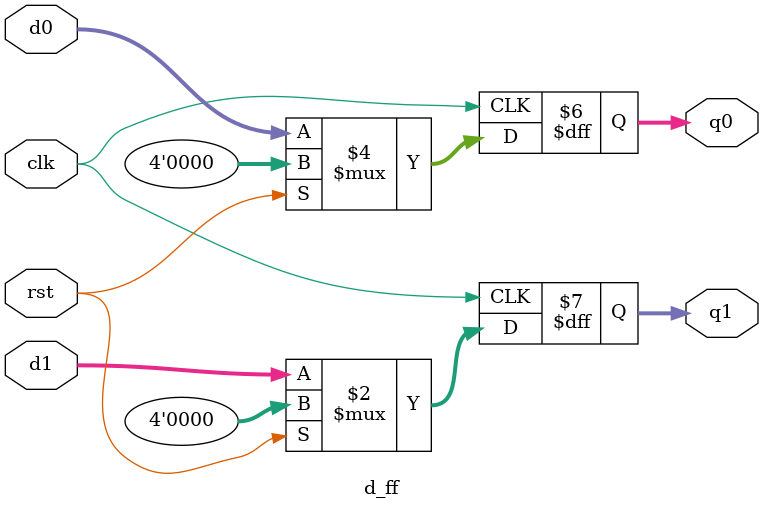
<source format=sv>
module d_ff 
	# (parameter M = 4)
	  (d0, d1, rst, clk, q0, q1);

	input logic [M-1:0] d0;
	input logic [M-1:0] d1;
	input rst;
	input clk;
	
	output [M-1:0] q0;
	output [M-1:0] q1;
	
	always_ff @ (posedge clk) begin
			
		q0 <= d0;
		q1 <= d1;
		
		if (rst) begin
		
			q0 <= '0;
			q1 <= '0;
			
		end
		
	end
		
endmodule

</source>
